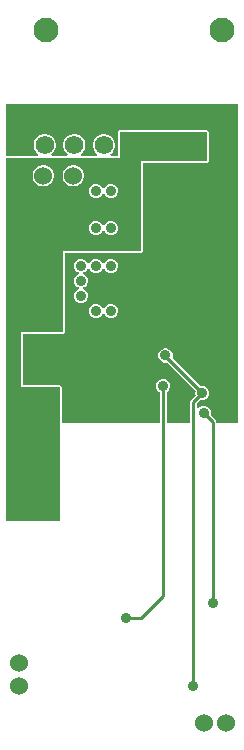
<source format=gbr>
%TF.GenerationSoftware,Altium Limited,Altium Designer,24.8.2 (39)*%
G04 Layer_Physical_Order=2*
G04 Layer_Color=16711680*
%FSLAX45Y45*%
%MOMM*%
%TF.SameCoordinates,E8BDA5DE-7BDE-4699-8ED0-D138E9546F0F*%
%TF.FilePolarity,Positive*%
%TF.FileFunction,Copper,L2,Bot,Signal*%
%TF.Part,Single*%
G01*
G75*
%TA.AperFunction,Conductor*%
%ADD36C,0.25400*%
%TA.AperFunction,ComponentPad*%
%ADD38C,1.56000*%
%ADD39C,2.10000*%
%TA.AperFunction,ViaPad*%
%ADD40C,1.52400*%
%ADD41C,0.63500*%
%ADD42C,0.88900*%
G36*
X3619500Y6781800D02*
Y5905500D01*
X3432087D01*
Y5918199D01*
X3432088Y5918200D01*
X3429919Y5929102D01*
X3423744Y5938344D01*
X3384885Y5977203D01*
X3387090Y5982527D01*
Y6006273D01*
X3378003Y6028212D01*
X3361212Y6045003D01*
X3339273Y6054090D01*
X3315527D01*
X3293588Y6045003D01*
X3279687Y6031102D01*
X3266987Y6035189D01*
Y6071500D01*
X3297503Y6102015D01*
X3302827Y6099810D01*
X3326573D01*
X3348512Y6108897D01*
X3365303Y6125688D01*
X3374390Y6147627D01*
Y6171373D01*
X3365303Y6193312D01*
X3348512Y6210103D01*
X3326573Y6219190D01*
X3302827D01*
X3299973Y6218008D01*
X3059379Y6458602D01*
X3062608Y6466397D01*
Y6490143D01*
X3053521Y6512082D01*
X3036730Y6528873D01*
X3014791Y6537960D01*
X2991045D01*
X2969106Y6528873D01*
X2952315Y6512082D01*
X2943228Y6490143D01*
Y6466397D01*
X2952315Y6444458D01*
X2969106Y6427667D01*
X2991045Y6418580D01*
X3014791D01*
X3017645Y6419762D01*
X3258239Y6179168D01*
X3255010Y6171373D01*
Y6147627D01*
X3257215Y6142303D01*
X3218356Y6103444D01*
X3212181Y6094202D01*
X3210012Y6083300D01*
X3210013Y6083299D01*
Y5905500D01*
X3012987D01*
Y6170192D01*
X3018312Y6172397D01*
X3035103Y6189188D01*
X3044190Y6211127D01*
Y6234873D01*
X3035103Y6256812D01*
X3018312Y6273603D01*
X2996373Y6282690D01*
X2972627D01*
X2950688Y6273603D01*
X2933897Y6256812D01*
X2924810Y6234873D01*
Y6211127D01*
X2933897Y6189188D01*
X2950688Y6172397D01*
X2956013Y6170192D01*
Y5905500D01*
X2124696D01*
Y6210300D01*
X2119864Y6221964D01*
X2108200Y6226796D01*
X1794496D01*
Y6663704D01*
X2133600D01*
X2145264Y6668536D01*
X2150096Y6680200D01*
Y6781800D01*
Y7349504D01*
X2794000D01*
X2805664Y7354336D01*
X2810496Y7366000D01*
Y8111504D01*
X3352800D01*
X3364464Y8116336D01*
X3369296Y8128000D01*
Y8369300D01*
X3364464Y8380964D01*
X3352800Y8385796D01*
X2616200D01*
X2604536Y8380964D01*
X2599704Y8369300D01*
Y8169896D01*
X2538047D01*
X2534644Y8182596D01*
X2537751Y8184390D01*
X2555110Y8201749D01*
X2567386Y8223011D01*
X2573740Y8246725D01*
Y8271275D01*
X2567386Y8294989D01*
X2555110Y8316251D01*
X2537751Y8333610D01*
X2516489Y8345886D01*
X2492775Y8352240D01*
X2468225D01*
X2444511Y8345886D01*
X2423249Y8333610D01*
X2405890Y8316251D01*
X2393614Y8294989D01*
X2387260Y8271275D01*
Y8246725D01*
X2393614Y8223011D01*
X2405890Y8201749D01*
X2423249Y8184390D01*
X2426356Y8182596D01*
X2422953Y8169896D01*
X2288047D01*
X2284644Y8182596D01*
X2287751Y8184390D01*
X2305110Y8201749D01*
X2317386Y8223011D01*
X2323740Y8246725D01*
Y8271275D01*
X2317386Y8294989D01*
X2305110Y8316251D01*
X2287751Y8333610D01*
X2266489Y8345886D01*
X2242775Y8352240D01*
X2218225D01*
X2194511Y8345886D01*
X2173249Y8333610D01*
X2155890Y8316251D01*
X2143614Y8294989D01*
X2137260Y8271275D01*
Y8246725D01*
X2143614Y8223011D01*
X2155890Y8201749D01*
X2173249Y8184390D01*
X2176356Y8182596D01*
X2172953Y8169896D01*
X2038047D01*
X2034644Y8182596D01*
X2037751Y8184390D01*
X2055110Y8201749D01*
X2067386Y8223011D01*
X2073740Y8246725D01*
Y8271275D01*
X2067386Y8294989D01*
X2055110Y8316251D01*
X2037751Y8333610D01*
X2016489Y8345886D01*
X1992775Y8352240D01*
X1968225D01*
X1944511Y8345886D01*
X1923249Y8333610D01*
X1905890Y8316251D01*
X1893614Y8294989D01*
X1887260Y8271275D01*
Y8246725D01*
X1893614Y8223011D01*
X1905890Y8201749D01*
X1923249Y8184390D01*
X1926356Y8182596D01*
X1922953Y8169896D01*
X1651000D01*
Y8610600D01*
X3619500D01*
Y6781800D01*
D02*
G37*
G36*
X3352800Y8128000D02*
X2794000D01*
Y7366000D01*
X2133600D01*
Y6680200D01*
X1778000D01*
Y6210300D01*
X2108200D01*
Y5080000D01*
X1651000D01*
Y5842000D01*
Y8153400D01*
X2616200D01*
Y8369300D01*
X3352800D01*
Y8128000D01*
D02*
G37*
%LPC*%
G36*
X2551873Y7298690D02*
X2528127D01*
X2506188Y7289603D01*
X2489397Y7272812D01*
X2483373Y7258268D01*
X2469627D01*
X2463603Y7272812D01*
X2446812Y7289603D01*
X2424873Y7298690D01*
X2401127D01*
X2379188Y7289603D01*
X2362397Y7272812D01*
X2356373Y7258268D01*
X2342627D01*
X2336603Y7272812D01*
X2319812Y7289603D01*
X2297873Y7298690D01*
X2274127D01*
X2252188Y7289603D01*
X2235397Y7272812D01*
X2226310Y7250873D01*
Y7227127D01*
X2235397Y7205188D01*
X2252188Y7188397D01*
X2266732Y7182373D01*
Y7168627D01*
X2252188Y7162603D01*
X2235397Y7145812D01*
X2226310Y7123873D01*
Y7100127D01*
X2235397Y7078188D01*
X2252188Y7061397D01*
X2266732Y7055373D01*
Y7041627D01*
X2252188Y7035603D01*
X2235397Y7018812D01*
X2226310Y6996873D01*
Y6973127D01*
X2235397Y6951188D01*
X2252188Y6934397D01*
X2274127Y6925310D01*
X2297873D01*
X2319812Y6934397D01*
X2336603Y6951188D01*
X2345690Y6973127D01*
Y6996873D01*
X2336603Y7018812D01*
X2319812Y7035603D01*
X2305268Y7041627D01*
Y7055373D01*
X2319812Y7061397D01*
X2336603Y7078188D01*
X2345690Y7100127D01*
Y7123873D01*
X2336603Y7145812D01*
X2319812Y7162603D01*
X2305268Y7168627D01*
Y7182373D01*
X2319812Y7188397D01*
X2336603Y7205188D01*
X2342627Y7219732D01*
X2356373D01*
X2362397Y7205188D01*
X2379188Y7188397D01*
X2401127Y7179310D01*
X2424873D01*
X2446812Y7188397D01*
X2463603Y7205188D01*
X2469627Y7219732D01*
X2483373D01*
X2489397Y7205188D01*
X2506188Y7188397D01*
X2528127Y7179310D01*
X2551873D01*
X2573812Y7188397D01*
X2590603Y7205188D01*
X2599690Y7227127D01*
Y7250873D01*
X2590603Y7272812D01*
X2573812Y7289603D01*
X2551873Y7298690D01*
D02*
G37*
G36*
Y6917690D02*
X2528127D01*
X2506188Y6908603D01*
X2489397Y6891812D01*
X2483373Y6877268D01*
X2469627D01*
X2463603Y6891812D01*
X2446812Y6908603D01*
X2424873Y6917690D01*
X2401127D01*
X2379188Y6908603D01*
X2362397Y6891812D01*
X2353310Y6869873D01*
Y6846127D01*
X2362397Y6824188D01*
X2379188Y6807397D01*
X2401127Y6798310D01*
X2424873D01*
X2446812Y6807397D01*
X2463603Y6824188D01*
X2469627Y6838732D01*
X2483373D01*
X2489397Y6824188D01*
X2506188Y6807397D01*
X2528127Y6798310D01*
X2551873D01*
X2573812Y6807397D01*
X2590603Y6824188D01*
X2599690Y6846127D01*
Y6869873D01*
X2590603Y6891812D01*
X2573812Y6908603D01*
X2551873Y6917690D01*
D02*
G37*
G36*
X2234538Y8092440D02*
X2210462D01*
X2187205Y8086208D01*
X2166355Y8074170D01*
X2149330Y8057145D01*
X2137292Y8036295D01*
X2131060Y8013038D01*
Y7988962D01*
X2137292Y7965705D01*
X2149330Y7944855D01*
X2166355Y7927830D01*
X2187205Y7915792D01*
X2210462Y7909560D01*
X2234538D01*
X2257795Y7915792D01*
X2278645Y7927830D01*
X2295670Y7944855D01*
X2307708Y7965705D01*
X2313940Y7988962D01*
Y8013038D01*
X2307708Y8036295D01*
X2295670Y8057145D01*
X2278645Y8074170D01*
X2257795Y8086208D01*
X2234538Y8092440D01*
D02*
G37*
G36*
X1980538D02*
X1956462D01*
X1933205Y8086208D01*
X1912355Y8074170D01*
X1895330Y8057145D01*
X1883292Y8036295D01*
X1877060Y8013038D01*
Y7988962D01*
X1883292Y7965705D01*
X1895330Y7944855D01*
X1912355Y7927830D01*
X1933205Y7915792D01*
X1956462Y7909560D01*
X1980538D01*
X2003795Y7915792D01*
X2024645Y7927830D01*
X2041670Y7944855D01*
X2053708Y7965705D01*
X2059940Y7988962D01*
Y8013038D01*
X2053708Y8036295D01*
X2041670Y8057145D01*
X2024645Y8074170D01*
X2003795Y8086208D01*
X1980538Y8092440D01*
D02*
G37*
G36*
X2551873Y7933690D02*
X2528127D01*
X2506188Y7924603D01*
X2489397Y7907812D01*
X2483373Y7893268D01*
X2469627D01*
X2463603Y7907812D01*
X2446812Y7924603D01*
X2424873Y7933690D01*
X2401127D01*
X2379188Y7924603D01*
X2362397Y7907812D01*
X2353310Y7885873D01*
Y7862127D01*
X2362397Y7840188D01*
X2379188Y7823397D01*
X2401127Y7814310D01*
X2424873D01*
X2446812Y7823397D01*
X2463603Y7840188D01*
X2469627Y7854732D01*
X2483373D01*
X2489397Y7840188D01*
X2506188Y7823397D01*
X2528127Y7814310D01*
X2551873D01*
X2573812Y7823397D01*
X2590603Y7840188D01*
X2599690Y7862127D01*
Y7885873D01*
X2590603Y7907812D01*
X2573812Y7924603D01*
X2551873Y7933690D01*
D02*
G37*
G36*
Y7616190D02*
X2528127D01*
X2506188Y7607103D01*
X2489397Y7590312D01*
X2483373Y7575768D01*
X2469627D01*
X2463603Y7590312D01*
X2446812Y7607103D01*
X2424873Y7616190D01*
X2401127D01*
X2379188Y7607103D01*
X2362397Y7590312D01*
X2353310Y7568373D01*
Y7544627D01*
X2362397Y7522688D01*
X2379188Y7505897D01*
X2401127Y7496810D01*
X2424873D01*
X2446812Y7505897D01*
X2463603Y7522688D01*
X2469627Y7537232D01*
X2483373D01*
X2489397Y7522688D01*
X2506188Y7505897D01*
X2528127Y7496810D01*
X2551873D01*
X2573812Y7505897D01*
X2590603Y7522688D01*
X2599690Y7544627D01*
Y7568373D01*
X2590603Y7590312D01*
X2573812Y7607103D01*
X2551873Y7616190D01*
D02*
G37*
%LPD*%
D36*
X3238500Y3683000D02*
Y6083300D01*
X3002918Y6474776D02*
X3314700Y6162994D01*
X3238500Y6083300D02*
X3314700Y6159500D01*
X3002918Y6474776D02*
Y6478270D01*
X3314700Y6159500D02*
Y6162994D01*
X3327400Y5994400D02*
X3403600Y5918200D01*
Y4381500D02*
Y5918200D01*
X2984500Y4445000D02*
Y6223000D01*
X2667000Y4254500D02*
X2794000D01*
X2984500Y4445000D01*
D38*
X1980500Y8259000D02*
D03*
X2230500D02*
D03*
X2480500D02*
D03*
X2730500D02*
D03*
X2980500D02*
D03*
X3230500D02*
D03*
X3480500D02*
D03*
X1980500Y8509000D02*
D03*
X2230500D02*
D03*
X2480500D02*
D03*
X2730500D02*
D03*
X2980500D02*
D03*
X3230500D02*
D03*
X3480500D02*
D03*
D39*
X3485500Y9231500D02*
D03*
X1988000D02*
D03*
D40*
X3492500Y8001000D02*
D03*
X3238500D02*
D03*
X3517900Y3365500D02*
D03*
X3327400D02*
D03*
X1765300Y3683000D02*
D03*
Y3873500D02*
D03*
X2222500Y8001000D02*
D03*
X1968500D02*
D03*
D41*
Y5207000D02*
D03*
X1778000D02*
D03*
X1968500Y5334000D02*
D03*
X1778000D02*
D03*
X1968500Y5461000D02*
D03*
X1778000D02*
D03*
Y5588000D02*
D03*
X1968500D02*
D03*
Y5715000D02*
D03*
X1778000D02*
D03*
X2692400Y6604000D02*
D03*
Y6502400D02*
D03*
D42*
X2194641Y6046587D02*
D03*
X3314700Y6159500D02*
D03*
X3327400Y5994400D02*
D03*
X3002918Y6478270D02*
D03*
X3238500Y3683000D02*
D03*
X3429000Y6159500D02*
D03*
Y6350000D02*
D03*
Y6540500D02*
D03*
Y6731000D02*
D03*
Y6921500D02*
D03*
X2667000Y4254500D02*
D03*
X3403600Y4381500D02*
D03*
X2984500Y6223000D02*
D03*
X1841500Y6350000D02*
D03*
Y6477000D02*
D03*
Y6604000D02*
D03*
X2540000Y6858000D02*
D03*
Y7239000D02*
D03*
Y7556500D02*
D03*
Y7874000D02*
D03*
X2413000Y7239000D02*
D03*
Y7556500D02*
D03*
Y7874000D02*
D03*
Y6858000D02*
D03*
X2286000Y6985000D02*
D03*
Y7112000D02*
D03*
Y7239000D02*
D03*
X2984500Y8064500D02*
D03*
Y7937500D02*
D03*
Y7683500D02*
D03*
Y7429500D02*
D03*
Y7175500D02*
D03*
Y7048500D02*
D03*
Y7302500D02*
D03*
Y7556500D02*
D03*
Y7810500D02*
D03*
%TF.MD5,4fb262e44281e8ba1cef56fcf98fe95e*%
M02*

</source>
